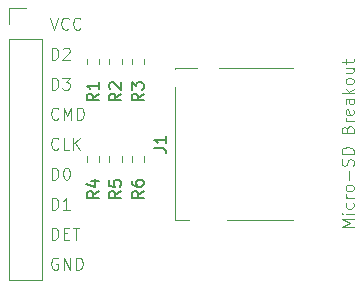
<source format=gbr>
%TF.GenerationSoftware,KiCad,Pcbnew,9.0.2+dfsg-1*%
%TF.CreationDate,2025-06-02T16:04:06+08:00*%
%TF.ProjectId,sd,73642e6b-6963-4616-945f-706362585858,rev?*%
%TF.SameCoordinates,Original*%
%TF.FileFunction,Legend,Top*%
%TF.FilePolarity,Positive*%
%FSLAX46Y46*%
G04 Gerber Fmt 4.6, Leading zero omitted, Abs format (unit mm)*
G04 Created by KiCad (PCBNEW 9.0.2+dfsg-1) date 2025-06-02 16:04:06*
%MOMM*%
%LPD*%
G01*
G04 APERTURE LIST*
%ADD10C,0.100000*%
%ADD11C,0.150000*%
%ADD12C,0.120000*%
G04 APERTURE END LIST*
D10*
X150163884Y-88087419D02*
X150163884Y-87087419D01*
X150163884Y-87087419D02*
X150401979Y-87087419D01*
X150401979Y-87087419D02*
X150544836Y-87135038D01*
X150544836Y-87135038D02*
X150640074Y-87230276D01*
X150640074Y-87230276D02*
X150687693Y-87325514D01*
X150687693Y-87325514D02*
X150735312Y-87515990D01*
X150735312Y-87515990D02*
X150735312Y-87658847D01*
X150735312Y-87658847D02*
X150687693Y-87849323D01*
X150687693Y-87849323D02*
X150640074Y-87944561D01*
X150640074Y-87944561D02*
X150544836Y-88039800D01*
X150544836Y-88039800D02*
X150401979Y-88087419D01*
X150401979Y-88087419D02*
X150163884Y-88087419D01*
X151116265Y-87182657D02*
X151163884Y-87135038D01*
X151163884Y-87135038D02*
X151259122Y-87087419D01*
X151259122Y-87087419D02*
X151497217Y-87087419D01*
X151497217Y-87087419D02*
X151592455Y-87135038D01*
X151592455Y-87135038D02*
X151640074Y-87182657D01*
X151640074Y-87182657D02*
X151687693Y-87277895D01*
X151687693Y-87277895D02*
X151687693Y-87373133D01*
X151687693Y-87373133D02*
X151640074Y-87515990D01*
X151640074Y-87515990D02*
X151068646Y-88087419D01*
X151068646Y-88087419D02*
X151687693Y-88087419D01*
X150163884Y-100787419D02*
X150163884Y-99787419D01*
X150163884Y-99787419D02*
X150401979Y-99787419D01*
X150401979Y-99787419D02*
X150544836Y-99835038D01*
X150544836Y-99835038D02*
X150640074Y-99930276D01*
X150640074Y-99930276D02*
X150687693Y-100025514D01*
X150687693Y-100025514D02*
X150735312Y-100215990D01*
X150735312Y-100215990D02*
X150735312Y-100358847D01*
X150735312Y-100358847D02*
X150687693Y-100549323D01*
X150687693Y-100549323D02*
X150640074Y-100644561D01*
X150640074Y-100644561D02*
X150544836Y-100739800D01*
X150544836Y-100739800D02*
X150401979Y-100787419D01*
X150401979Y-100787419D02*
X150163884Y-100787419D01*
X151687693Y-100787419D02*
X151116265Y-100787419D01*
X151401979Y-100787419D02*
X151401979Y-99787419D01*
X151401979Y-99787419D02*
X151306741Y-99930276D01*
X151306741Y-99930276D02*
X151211503Y-100025514D01*
X151211503Y-100025514D02*
X151116265Y-100073133D01*
X150163884Y-103327419D02*
X150163884Y-102327419D01*
X150163884Y-102327419D02*
X150401979Y-102327419D01*
X150401979Y-102327419D02*
X150544836Y-102375038D01*
X150544836Y-102375038D02*
X150640074Y-102470276D01*
X150640074Y-102470276D02*
X150687693Y-102565514D01*
X150687693Y-102565514D02*
X150735312Y-102755990D01*
X150735312Y-102755990D02*
X150735312Y-102898847D01*
X150735312Y-102898847D02*
X150687693Y-103089323D01*
X150687693Y-103089323D02*
X150640074Y-103184561D01*
X150640074Y-103184561D02*
X150544836Y-103279800D01*
X150544836Y-103279800D02*
X150401979Y-103327419D01*
X150401979Y-103327419D02*
X150163884Y-103327419D01*
X151163884Y-102803609D02*
X151497217Y-102803609D01*
X151640074Y-103327419D02*
X151163884Y-103327419D01*
X151163884Y-103327419D02*
X151163884Y-102327419D01*
X151163884Y-102327419D02*
X151640074Y-102327419D01*
X151925789Y-102327419D02*
X152497217Y-102327419D01*
X152211503Y-103327419D02*
X152211503Y-102327419D01*
X150735312Y-95612180D02*
X150687693Y-95659800D01*
X150687693Y-95659800D02*
X150544836Y-95707419D01*
X150544836Y-95707419D02*
X150449598Y-95707419D01*
X150449598Y-95707419D02*
X150306741Y-95659800D01*
X150306741Y-95659800D02*
X150211503Y-95564561D01*
X150211503Y-95564561D02*
X150163884Y-95469323D01*
X150163884Y-95469323D02*
X150116265Y-95278847D01*
X150116265Y-95278847D02*
X150116265Y-95135990D01*
X150116265Y-95135990D02*
X150163884Y-94945514D01*
X150163884Y-94945514D02*
X150211503Y-94850276D01*
X150211503Y-94850276D02*
X150306741Y-94755038D01*
X150306741Y-94755038D02*
X150449598Y-94707419D01*
X150449598Y-94707419D02*
X150544836Y-94707419D01*
X150544836Y-94707419D02*
X150687693Y-94755038D01*
X150687693Y-94755038D02*
X150735312Y-94802657D01*
X151640074Y-95707419D02*
X151163884Y-95707419D01*
X151163884Y-95707419D02*
X151163884Y-94707419D01*
X151973408Y-95707419D02*
X151973408Y-94707419D01*
X152544836Y-95707419D02*
X152116265Y-95135990D01*
X152544836Y-94707419D02*
X151973408Y-95278847D01*
X150163884Y-90627419D02*
X150163884Y-89627419D01*
X150163884Y-89627419D02*
X150401979Y-89627419D01*
X150401979Y-89627419D02*
X150544836Y-89675038D01*
X150544836Y-89675038D02*
X150640074Y-89770276D01*
X150640074Y-89770276D02*
X150687693Y-89865514D01*
X150687693Y-89865514D02*
X150735312Y-90055990D01*
X150735312Y-90055990D02*
X150735312Y-90198847D01*
X150735312Y-90198847D02*
X150687693Y-90389323D01*
X150687693Y-90389323D02*
X150640074Y-90484561D01*
X150640074Y-90484561D02*
X150544836Y-90579800D01*
X150544836Y-90579800D02*
X150401979Y-90627419D01*
X150401979Y-90627419D02*
X150163884Y-90627419D01*
X151068646Y-89627419D02*
X151687693Y-89627419D01*
X151687693Y-89627419D02*
X151354360Y-90008371D01*
X151354360Y-90008371D02*
X151497217Y-90008371D01*
X151497217Y-90008371D02*
X151592455Y-90055990D01*
X151592455Y-90055990D02*
X151640074Y-90103609D01*
X151640074Y-90103609D02*
X151687693Y-90198847D01*
X151687693Y-90198847D02*
X151687693Y-90436942D01*
X151687693Y-90436942D02*
X151640074Y-90532180D01*
X151640074Y-90532180D02*
X151592455Y-90579800D01*
X151592455Y-90579800D02*
X151497217Y-90627419D01*
X151497217Y-90627419D02*
X151211503Y-90627419D01*
X151211503Y-90627419D02*
X151116265Y-90579800D01*
X151116265Y-90579800D02*
X151068646Y-90532180D01*
X150687693Y-104915038D02*
X150592455Y-104867419D01*
X150592455Y-104867419D02*
X150449598Y-104867419D01*
X150449598Y-104867419D02*
X150306741Y-104915038D01*
X150306741Y-104915038D02*
X150211503Y-105010276D01*
X150211503Y-105010276D02*
X150163884Y-105105514D01*
X150163884Y-105105514D02*
X150116265Y-105295990D01*
X150116265Y-105295990D02*
X150116265Y-105438847D01*
X150116265Y-105438847D02*
X150163884Y-105629323D01*
X150163884Y-105629323D02*
X150211503Y-105724561D01*
X150211503Y-105724561D02*
X150306741Y-105819800D01*
X150306741Y-105819800D02*
X150449598Y-105867419D01*
X150449598Y-105867419D02*
X150544836Y-105867419D01*
X150544836Y-105867419D02*
X150687693Y-105819800D01*
X150687693Y-105819800D02*
X150735312Y-105772180D01*
X150735312Y-105772180D02*
X150735312Y-105438847D01*
X150735312Y-105438847D02*
X150544836Y-105438847D01*
X151163884Y-105867419D02*
X151163884Y-104867419D01*
X151163884Y-104867419D02*
X151735312Y-105867419D01*
X151735312Y-105867419D02*
X151735312Y-104867419D01*
X152211503Y-105867419D02*
X152211503Y-104867419D01*
X152211503Y-104867419D02*
X152449598Y-104867419D01*
X152449598Y-104867419D02*
X152592455Y-104915038D01*
X152592455Y-104915038D02*
X152687693Y-105010276D01*
X152687693Y-105010276D02*
X152735312Y-105105514D01*
X152735312Y-105105514D02*
X152782931Y-105295990D01*
X152782931Y-105295990D02*
X152782931Y-105438847D01*
X152782931Y-105438847D02*
X152735312Y-105629323D01*
X152735312Y-105629323D02*
X152687693Y-105724561D01*
X152687693Y-105724561D02*
X152592455Y-105819800D01*
X152592455Y-105819800D02*
X152449598Y-105867419D01*
X152449598Y-105867419D02*
X152211503Y-105867419D01*
X150735312Y-93072180D02*
X150687693Y-93119800D01*
X150687693Y-93119800D02*
X150544836Y-93167419D01*
X150544836Y-93167419D02*
X150449598Y-93167419D01*
X150449598Y-93167419D02*
X150306741Y-93119800D01*
X150306741Y-93119800D02*
X150211503Y-93024561D01*
X150211503Y-93024561D02*
X150163884Y-92929323D01*
X150163884Y-92929323D02*
X150116265Y-92738847D01*
X150116265Y-92738847D02*
X150116265Y-92595990D01*
X150116265Y-92595990D02*
X150163884Y-92405514D01*
X150163884Y-92405514D02*
X150211503Y-92310276D01*
X150211503Y-92310276D02*
X150306741Y-92215038D01*
X150306741Y-92215038D02*
X150449598Y-92167419D01*
X150449598Y-92167419D02*
X150544836Y-92167419D01*
X150544836Y-92167419D02*
X150687693Y-92215038D01*
X150687693Y-92215038D02*
X150735312Y-92262657D01*
X151163884Y-93167419D02*
X151163884Y-92167419D01*
X151163884Y-92167419D02*
X151497217Y-92881704D01*
X151497217Y-92881704D02*
X151830550Y-92167419D01*
X151830550Y-92167419D02*
X151830550Y-93167419D01*
X152306741Y-93167419D02*
X152306741Y-92167419D01*
X152306741Y-92167419D02*
X152544836Y-92167419D01*
X152544836Y-92167419D02*
X152687693Y-92215038D01*
X152687693Y-92215038D02*
X152782931Y-92310276D01*
X152782931Y-92310276D02*
X152830550Y-92405514D01*
X152830550Y-92405514D02*
X152878169Y-92595990D01*
X152878169Y-92595990D02*
X152878169Y-92738847D01*
X152878169Y-92738847D02*
X152830550Y-92929323D01*
X152830550Y-92929323D02*
X152782931Y-93024561D01*
X152782931Y-93024561D02*
X152687693Y-93119800D01*
X152687693Y-93119800D02*
X152544836Y-93167419D01*
X152544836Y-93167419D02*
X152306741Y-93167419D01*
X150021027Y-84547419D02*
X150354360Y-85547419D01*
X150354360Y-85547419D02*
X150687693Y-84547419D01*
X151592455Y-85452180D02*
X151544836Y-85499800D01*
X151544836Y-85499800D02*
X151401979Y-85547419D01*
X151401979Y-85547419D02*
X151306741Y-85547419D01*
X151306741Y-85547419D02*
X151163884Y-85499800D01*
X151163884Y-85499800D02*
X151068646Y-85404561D01*
X151068646Y-85404561D02*
X151021027Y-85309323D01*
X151021027Y-85309323D02*
X150973408Y-85118847D01*
X150973408Y-85118847D02*
X150973408Y-84975990D01*
X150973408Y-84975990D02*
X151021027Y-84785514D01*
X151021027Y-84785514D02*
X151068646Y-84690276D01*
X151068646Y-84690276D02*
X151163884Y-84595038D01*
X151163884Y-84595038D02*
X151306741Y-84547419D01*
X151306741Y-84547419D02*
X151401979Y-84547419D01*
X151401979Y-84547419D02*
X151544836Y-84595038D01*
X151544836Y-84595038D02*
X151592455Y-84642657D01*
X152592455Y-85452180D02*
X152544836Y-85499800D01*
X152544836Y-85499800D02*
X152401979Y-85547419D01*
X152401979Y-85547419D02*
X152306741Y-85547419D01*
X152306741Y-85547419D02*
X152163884Y-85499800D01*
X152163884Y-85499800D02*
X152068646Y-85404561D01*
X152068646Y-85404561D02*
X152021027Y-85309323D01*
X152021027Y-85309323D02*
X151973408Y-85118847D01*
X151973408Y-85118847D02*
X151973408Y-84975990D01*
X151973408Y-84975990D02*
X152021027Y-84785514D01*
X152021027Y-84785514D02*
X152068646Y-84690276D01*
X152068646Y-84690276D02*
X152163884Y-84595038D01*
X152163884Y-84595038D02*
X152306741Y-84547419D01*
X152306741Y-84547419D02*
X152401979Y-84547419D01*
X152401979Y-84547419D02*
X152544836Y-84595038D01*
X152544836Y-84595038D02*
X152592455Y-84642657D01*
X150163884Y-98247419D02*
X150163884Y-97247419D01*
X150163884Y-97247419D02*
X150401979Y-97247419D01*
X150401979Y-97247419D02*
X150544836Y-97295038D01*
X150544836Y-97295038D02*
X150640074Y-97390276D01*
X150640074Y-97390276D02*
X150687693Y-97485514D01*
X150687693Y-97485514D02*
X150735312Y-97675990D01*
X150735312Y-97675990D02*
X150735312Y-97818847D01*
X150735312Y-97818847D02*
X150687693Y-98009323D01*
X150687693Y-98009323D02*
X150640074Y-98104561D01*
X150640074Y-98104561D02*
X150544836Y-98199800D01*
X150544836Y-98199800D02*
X150401979Y-98247419D01*
X150401979Y-98247419D02*
X150163884Y-98247419D01*
X151354360Y-97247419D02*
X151449598Y-97247419D01*
X151449598Y-97247419D02*
X151544836Y-97295038D01*
X151544836Y-97295038D02*
X151592455Y-97342657D01*
X151592455Y-97342657D02*
X151640074Y-97437895D01*
X151640074Y-97437895D02*
X151687693Y-97628371D01*
X151687693Y-97628371D02*
X151687693Y-97866466D01*
X151687693Y-97866466D02*
X151640074Y-98056942D01*
X151640074Y-98056942D02*
X151592455Y-98152180D01*
X151592455Y-98152180D02*
X151544836Y-98199800D01*
X151544836Y-98199800D02*
X151449598Y-98247419D01*
X151449598Y-98247419D02*
X151354360Y-98247419D01*
X151354360Y-98247419D02*
X151259122Y-98199800D01*
X151259122Y-98199800D02*
X151211503Y-98152180D01*
X151211503Y-98152180D02*
X151163884Y-98056942D01*
X151163884Y-98056942D02*
X151116265Y-97866466D01*
X151116265Y-97866466D02*
X151116265Y-97628371D01*
X151116265Y-97628371D02*
X151163884Y-97437895D01*
X151163884Y-97437895D02*
X151211503Y-97342657D01*
X151211503Y-97342657D02*
X151259122Y-97295038D01*
X151259122Y-97295038D02*
X151354360Y-97247419D01*
X175717419Y-102273809D02*
X174717419Y-102273809D01*
X174717419Y-102273809D02*
X175431704Y-101940476D01*
X175431704Y-101940476D02*
X174717419Y-101607143D01*
X174717419Y-101607143D02*
X175717419Y-101607143D01*
X175717419Y-101130952D02*
X175050752Y-101130952D01*
X174717419Y-101130952D02*
X174765038Y-101178571D01*
X174765038Y-101178571D02*
X174812657Y-101130952D01*
X174812657Y-101130952D02*
X174765038Y-101083333D01*
X174765038Y-101083333D02*
X174717419Y-101130952D01*
X174717419Y-101130952D02*
X174812657Y-101130952D01*
X175669800Y-100226191D02*
X175717419Y-100321429D01*
X175717419Y-100321429D02*
X175717419Y-100511905D01*
X175717419Y-100511905D02*
X175669800Y-100607143D01*
X175669800Y-100607143D02*
X175622180Y-100654762D01*
X175622180Y-100654762D02*
X175526942Y-100702381D01*
X175526942Y-100702381D02*
X175241228Y-100702381D01*
X175241228Y-100702381D02*
X175145990Y-100654762D01*
X175145990Y-100654762D02*
X175098371Y-100607143D01*
X175098371Y-100607143D02*
X175050752Y-100511905D01*
X175050752Y-100511905D02*
X175050752Y-100321429D01*
X175050752Y-100321429D02*
X175098371Y-100226191D01*
X175717419Y-99797619D02*
X175050752Y-99797619D01*
X175241228Y-99797619D02*
X175145990Y-99750000D01*
X175145990Y-99750000D02*
X175098371Y-99702381D01*
X175098371Y-99702381D02*
X175050752Y-99607143D01*
X175050752Y-99607143D02*
X175050752Y-99511905D01*
X175717419Y-99035714D02*
X175669800Y-99130952D01*
X175669800Y-99130952D02*
X175622180Y-99178571D01*
X175622180Y-99178571D02*
X175526942Y-99226190D01*
X175526942Y-99226190D02*
X175241228Y-99226190D01*
X175241228Y-99226190D02*
X175145990Y-99178571D01*
X175145990Y-99178571D02*
X175098371Y-99130952D01*
X175098371Y-99130952D02*
X175050752Y-99035714D01*
X175050752Y-99035714D02*
X175050752Y-98892857D01*
X175050752Y-98892857D02*
X175098371Y-98797619D01*
X175098371Y-98797619D02*
X175145990Y-98750000D01*
X175145990Y-98750000D02*
X175241228Y-98702381D01*
X175241228Y-98702381D02*
X175526942Y-98702381D01*
X175526942Y-98702381D02*
X175622180Y-98750000D01*
X175622180Y-98750000D02*
X175669800Y-98797619D01*
X175669800Y-98797619D02*
X175717419Y-98892857D01*
X175717419Y-98892857D02*
X175717419Y-99035714D01*
X175336466Y-98273809D02*
X175336466Y-97511905D01*
X175669800Y-97083333D02*
X175717419Y-96940476D01*
X175717419Y-96940476D02*
X175717419Y-96702381D01*
X175717419Y-96702381D02*
X175669800Y-96607143D01*
X175669800Y-96607143D02*
X175622180Y-96559524D01*
X175622180Y-96559524D02*
X175526942Y-96511905D01*
X175526942Y-96511905D02*
X175431704Y-96511905D01*
X175431704Y-96511905D02*
X175336466Y-96559524D01*
X175336466Y-96559524D02*
X175288847Y-96607143D01*
X175288847Y-96607143D02*
X175241228Y-96702381D01*
X175241228Y-96702381D02*
X175193609Y-96892857D01*
X175193609Y-96892857D02*
X175145990Y-96988095D01*
X175145990Y-96988095D02*
X175098371Y-97035714D01*
X175098371Y-97035714D02*
X175003133Y-97083333D01*
X175003133Y-97083333D02*
X174907895Y-97083333D01*
X174907895Y-97083333D02*
X174812657Y-97035714D01*
X174812657Y-97035714D02*
X174765038Y-96988095D01*
X174765038Y-96988095D02*
X174717419Y-96892857D01*
X174717419Y-96892857D02*
X174717419Y-96654762D01*
X174717419Y-96654762D02*
X174765038Y-96511905D01*
X175717419Y-96083333D02*
X174717419Y-96083333D01*
X174717419Y-96083333D02*
X174717419Y-95845238D01*
X174717419Y-95845238D02*
X174765038Y-95702381D01*
X174765038Y-95702381D02*
X174860276Y-95607143D01*
X174860276Y-95607143D02*
X174955514Y-95559524D01*
X174955514Y-95559524D02*
X175145990Y-95511905D01*
X175145990Y-95511905D02*
X175288847Y-95511905D01*
X175288847Y-95511905D02*
X175479323Y-95559524D01*
X175479323Y-95559524D02*
X175574561Y-95607143D01*
X175574561Y-95607143D02*
X175669800Y-95702381D01*
X175669800Y-95702381D02*
X175717419Y-95845238D01*
X175717419Y-95845238D02*
X175717419Y-96083333D01*
X175193609Y-93988095D02*
X175241228Y-93845238D01*
X175241228Y-93845238D02*
X175288847Y-93797619D01*
X175288847Y-93797619D02*
X175384085Y-93750000D01*
X175384085Y-93750000D02*
X175526942Y-93750000D01*
X175526942Y-93750000D02*
X175622180Y-93797619D01*
X175622180Y-93797619D02*
X175669800Y-93845238D01*
X175669800Y-93845238D02*
X175717419Y-93940476D01*
X175717419Y-93940476D02*
X175717419Y-94321428D01*
X175717419Y-94321428D02*
X174717419Y-94321428D01*
X174717419Y-94321428D02*
X174717419Y-93988095D01*
X174717419Y-93988095D02*
X174765038Y-93892857D01*
X174765038Y-93892857D02*
X174812657Y-93845238D01*
X174812657Y-93845238D02*
X174907895Y-93797619D01*
X174907895Y-93797619D02*
X175003133Y-93797619D01*
X175003133Y-93797619D02*
X175098371Y-93845238D01*
X175098371Y-93845238D02*
X175145990Y-93892857D01*
X175145990Y-93892857D02*
X175193609Y-93988095D01*
X175193609Y-93988095D02*
X175193609Y-94321428D01*
X175717419Y-93321428D02*
X175050752Y-93321428D01*
X175241228Y-93321428D02*
X175145990Y-93273809D01*
X175145990Y-93273809D02*
X175098371Y-93226190D01*
X175098371Y-93226190D02*
X175050752Y-93130952D01*
X175050752Y-93130952D02*
X175050752Y-93035714D01*
X175669800Y-92321428D02*
X175717419Y-92416666D01*
X175717419Y-92416666D02*
X175717419Y-92607142D01*
X175717419Y-92607142D02*
X175669800Y-92702380D01*
X175669800Y-92702380D02*
X175574561Y-92749999D01*
X175574561Y-92749999D02*
X175193609Y-92749999D01*
X175193609Y-92749999D02*
X175098371Y-92702380D01*
X175098371Y-92702380D02*
X175050752Y-92607142D01*
X175050752Y-92607142D02*
X175050752Y-92416666D01*
X175050752Y-92416666D02*
X175098371Y-92321428D01*
X175098371Y-92321428D02*
X175193609Y-92273809D01*
X175193609Y-92273809D02*
X175288847Y-92273809D01*
X175288847Y-92273809D02*
X175384085Y-92749999D01*
X175717419Y-91416666D02*
X175193609Y-91416666D01*
X175193609Y-91416666D02*
X175098371Y-91464285D01*
X175098371Y-91464285D02*
X175050752Y-91559523D01*
X175050752Y-91559523D02*
X175050752Y-91749999D01*
X175050752Y-91749999D02*
X175098371Y-91845237D01*
X175669800Y-91416666D02*
X175717419Y-91511904D01*
X175717419Y-91511904D02*
X175717419Y-91749999D01*
X175717419Y-91749999D02*
X175669800Y-91845237D01*
X175669800Y-91845237D02*
X175574561Y-91892856D01*
X175574561Y-91892856D02*
X175479323Y-91892856D01*
X175479323Y-91892856D02*
X175384085Y-91845237D01*
X175384085Y-91845237D02*
X175336466Y-91749999D01*
X175336466Y-91749999D02*
X175336466Y-91511904D01*
X175336466Y-91511904D02*
X175288847Y-91416666D01*
X175717419Y-90940475D02*
X174717419Y-90940475D01*
X175336466Y-90845237D02*
X175717419Y-90559523D01*
X175050752Y-90559523D02*
X175431704Y-90940475D01*
X175717419Y-89988094D02*
X175669800Y-90083332D01*
X175669800Y-90083332D02*
X175622180Y-90130951D01*
X175622180Y-90130951D02*
X175526942Y-90178570D01*
X175526942Y-90178570D02*
X175241228Y-90178570D01*
X175241228Y-90178570D02*
X175145990Y-90130951D01*
X175145990Y-90130951D02*
X175098371Y-90083332D01*
X175098371Y-90083332D02*
X175050752Y-89988094D01*
X175050752Y-89988094D02*
X175050752Y-89845237D01*
X175050752Y-89845237D02*
X175098371Y-89749999D01*
X175098371Y-89749999D02*
X175145990Y-89702380D01*
X175145990Y-89702380D02*
X175241228Y-89654761D01*
X175241228Y-89654761D02*
X175526942Y-89654761D01*
X175526942Y-89654761D02*
X175622180Y-89702380D01*
X175622180Y-89702380D02*
X175669800Y-89749999D01*
X175669800Y-89749999D02*
X175717419Y-89845237D01*
X175717419Y-89845237D02*
X175717419Y-89988094D01*
X175050752Y-88797618D02*
X175717419Y-88797618D01*
X175050752Y-89226189D02*
X175574561Y-89226189D01*
X175574561Y-89226189D02*
X175669800Y-89178570D01*
X175669800Y-89178570D02*
X175717419Y-89083332D01*
X175717419Y-89083332D02*
X175717419Y-88940475D01*
X175717419Y-88940475D02*
X175669800Y-88845237D01*
X175669800Y-88845237D02*
X175622180Y-88797618D01*
X175050752Y-88464284D02*
X175050752Y-88083332D01*
X174717419Y-88321427D02*
X175574561Y-88321427D01*
X175574561Y-88321427D02*
X175669800Y-88273808D01*
X175669800Y-88273808D02*
X175717419Y-88178570D01*
X175717419Y-88178570D02*
X175717419Y-88083332D01*
D11*
X156029819Y-99226666D02*
X155553628Y-99559999D01*
X156029819Y-99798094D02*
X155029819Y-99798094D01*
X155029819Y-99798094D02*
X155029819Y-99417142D01*
X155029819Y-99417142D02*
X155077438Y-99321904D01*
X155077438Y-99321904D02*
X155125057Y-99274285D01*
X155125057Y-99274285D02*
X155220295Y-99226666D01*
X155220295Y-99226666D02*
X155363152Y-99226666D01*
X155363152Y-99226666D02*
X155458390Y-99274285D01*
X155458390Y-99274285D02*
X155506009Y-99321904D01*
X155506009Y-99321904D02*
X155553628Y-99417142D01*
X155553628Y-99417142D02*
X155553628Y-99798094D01*
X155029819Y-98321904D02*
X155029819Y-98798094D01*
X155029819Y-98798094D02*
X155506009Y-98845713D01*
X155506009Y-98845713D02*
X155458390Y-98798094D01*
X155458390Y-98798094D02*
X155410771Y-98702856D01*
X155410771Y-98702856D02*
X155410771Y-98464761D01*
X155410771Y-98464761D02*
X155458390Y-98369523D01*
X155458390Y-98369523D02*
X155506009Y-98321904D01*
X155506009Y-98321904D02*
X155601247Y-98274285D01*
X155601247Y-98274285D02*
X155839342Y-98274285D01*
X155839342Y-98274285D02*
X155934580Y-98321904D01*
X155934580Y-98321904D02*
X155982200Y-98369523D01*
X155982200Y-98369523D02*
X156029819Y-98464761D01*
X156029819Y-98464761D02*
X156029819Y-98702856D01*
X156029819Y-98702856D02*
X155982200Y-98798094D01*
X155982200Y-98798094D02*
X155934580Y-98845713D01*
X158839819Y-95583333D02*
X159554104Y-95583333D01*
X159554104Y-95583333D02*
X159696961Y-95630952D01*
X159696961Y-95630952D02*
X159792200Y-95726190D01*
X159792200Y-95726190D02*
X159839819Y-95869047D01*
X159839819Y-95869047D02*
X159839819Y-95964285D01*
X159839819Y-94583333D02*
X159839819Y-95154761D01*
X159839819Y-94869047D02*
X158839819Y-94869047D01*
X158839819Y-94869047D02*
X158982676Y-94964285D01*
X158982676Y-94964285D02*
X159077914Y-95059523D01*
X159077914Y-95059523D02*
X159125533Y-95154761D01*
X154124819Y-90971666D02*
X153648628Y-91304999D01*
X154124819Y-91543094D02*
X153124819Y-91543094D01*
X153124819Y-91543094D02*
X153124819Y-91162142D01*
X153124819Y-91162142D02*
X153172438Y-91066904D01*
X153172438Y-91066904D02*
X153220057Y-91019285D01*
X153220057Y-91019285D02*
X153315295Y-90971666D01*
X153315295Y-90971666D02*
X153458152Y-90971666D01*
X153458152Y-90971666D02*
X153553390Y-91019285D01*
X153553390Y-91019285D02*
X153601009Y-91066904D01*
X153601009Y-91066904D02*
X153648628Y-91162142D01*
X153648628Y-91162142D02*
X153648628Y-91543094D01*
X154124819Y-90019285D02*
X154124819Y-90590713D01*
X154124819Y-90304999D02*
X153124819Y-90304999D01*
X153124819Y-90304999D02*
X153267676Y-90400237D01*
X153267676Y-90400237D02*
X153362914Y-90495475D01*
X153362914Y-90495475D02*
X153410533Y-90590713D01*
X156029819Y-90971666D02*
X155553628Y-91304999D01*
X156029819Y-91543094D02*
X155029819Y-91543094D01*
X155029819Y-91543094D02*
X155029819Y-91162142D01*
X155029819Y-91162142D02*
X155077438Y-91066904D01*
X155077438Y-91066904D02*
X155125057Y-91019285D01*
X155125057Y-91019285D02*
X155220295Y-90971666D01*
X155220295Y-90971666D02*
X155363152Y-90971666D01*
X155363152Y-90971666D02*
X155458390Y-91019285D01*
X155458390Y-91019285D02*
X155506009Y-91066904D01*
X155506009Y-91066904D02*
X155553628Y-91162142D01*
X155553628Y-91162142D02*
X155553628Y-91543094D01*
X155125057Y-90590713D02*
X155077438Y-90543094D01*
X155077438Y-90543094D02*
X155029819Y-90447856D01*
X155029819Y-90447856D02*
X155029819Y-90209761D01*
X155029819Y-90209761D02*
X155077438Y-90114523D01*
X155077438Y-90114523D02*
X155125057Y-90066904D01*
X155125057Y-90066904D02*
X155220295Y-90019285D01*
X155220295Y-90019285D02*
X155315533Y-90019285D01*
X155315533Y-90019285D02*
X155458390Y-90066904D01*
X155458390Y-90066904D02*
X156029819Y-90638332D01*
X156029819Y-90638332D02*
X156029819Y-90019285D01*
X157934819Y-99226666D02*
X157458628Y-99559999D01*
X157934819Y-99798094D02*
X156934819Y-99798094D01*
X156934819Y-99798094D02*
X156934819Y-99417142D01*
X156934819Y-99417142D02*
X156982438Y-99321904D01*
X156982438Y-99321904D02*
X157030057Y-99274285D01*
X157030057Y-99274285D02*
X157125295Y-99226666D01*
X157125295Y-99226666D02*
X157268152Y-99226666D01*
X157268152Y-99226666D02*
X157363390Y-99274285D01*
X157363390Y-99274285D02*
X157411009Y-99321904D01*
X157411009Y-99321904D02*
X157458628Y-99417142D01*
X157458628Y-99417142D02*
X157458628Y-99798094D01*
X156934819Y-98369523D02*
X156934819Y-98559999D01*
X156934819Y-98559999D02*
X156982438Y-98655237D01*
X156982438Y-98655237D02*
X157030057Y-98702856D01*
X157030057Y-98702856D02*
X157172914Y-98798094D01*
X157172914Y-98798094D02*
X157363390Y-98845713D01*
X157363390Y-98845713D02*
X157744342Y-98845713D01*
X157744342Y-98845713D02*
X157839580Y-98798094D01*
X157839580Y-98798094D02*
X157887200Y-98750475D01*
X157887200Y-98750475D02*
X157934819Y-98655237D01*
X157934819Y-98655237D02*
X157934819Y-98464761D01*
X157934819Y-98464761D02*
X157887200Y-98369523D01*
X157887200Y-98369523D02*
X157839580Y-98321904D01*
X157839580Y-98321904D02*
X157744342Y-98274285D01*
X157744342Y-98274285D02*
X157506247Y-98274285D01*
X157506247Y-98274285D02*
X157411009Y-98321904D01*
X157411009Y-98321904D02*
X157363390Y-98369523D01*
X157363390Y-98369523D02*
X157315771Y-98464761D01*
X157315771Y-98464761D02*
X157315771Y-98655237D01*
X157315771Y-98655237D02*
X157363390Y-98750475D01*
X157363390Y-98750475D02*
X157411009Y-98798094D01*
X157411009Y-98798094D02*
X157506247Y-98845713D01*
X154124819Y-99226666D02*
X153648628Y-99559999D01*
X154124819Y-99798094D02*
X153124819Y-99798094D01*
X153124819Y-99798094D02*
X153124819Y-99417142D01*
X153124819Y-99417142D02*
X153172438Y-99321904D01*
X153172438Y-99321904D02*
X153220057Y-99274285D01*
X153220057Y-99274285D02*
X153315295Y-99226666D01*
X153315295Y-99226666D02*
X153458152Y-99226666D01*
X153458152Y-99226666D02*
X153553390Y-99274285D01*
X153553390Y-99274285D02*
X153601009Y-99321904D01*
X153601009Y-99321904D02*
X153648628Y-99417142D01*
X153648628Y-99417142D02*
X153648628Y-99798094D01*
X153458152Y-98369523D02*
X154124819Y-98369523D01*
X153077200Y-98607618D02*
X153791485Y-98845713D01*
X153791485Y-98845713D02*
X153791485Y-98226666D01*
X157934819Y-90971666D02*
X157458628Y-91304999D01*
X157934819Y-91543094D02*
X156934819Y-91543094D01*
X156934819Y-91543094D02*
X156934819Y-91162142D01*
X156934819Y-91162142D02*
X156982438Y-91066904D01*
X156982438Y-91066904D02*
X157030057Y-91019285D01*
X157030057Y-91019285D02*
X157125295Y-90971666D01*
X157125295Y-90971666D02*
X157268152Y-90971666D01*
X157268152Y-90971666D02*
X157363390Y-91019285D01*
X157363390Y-91019285D02*
X157411009Y-91066904D01*
X157411009Y-91066904D02*
X157458628Y-91162142D01*
X157458628Y-91162142D02*
X157458628Y-91543094D01*
X156934819Y-90638332D02*
X156934819Y-90019285D01*
X156934819Y-90019285D02*
X157315771Y-90352618D01*
X157315771Y-90352618D02*
X157315771Y-90209761D01*
X157315771Y-90209761D02*
X157363390Y-90114523D01*
X157363390Y-90114523D02*
X157411009Y-90066904D01*
X157411009Y-90066904D02*
X157506247Y-90019285D01*
X157506247Y-90019285D02*
X157744342Y-90019285D01*
X157744342Y-90019285D02*
X157839580Y-90066904D01*
X157839580Y-90066904D02*
X157887200Y-90114523D01*
X157887200Y-90114523D02*
X157934819Y-90209761D01*
X157934819Y-90209761D02*
X157934819Y-90495475D01*
X157934819Y-90495475D02*
X157887200Y-90590713D01*
X157887200Y-90590713D02*
X157839580Y-90638332D01*
D12*
%TO.C,R5*%
X155052500Y-96282742D02*
X155052500Y-96757258D01*
X156097500Y-96282742D02*
X156097500Y-96757258D01*
%TO.C,J1*%
X160622500Y-88795000D02*
X162432500Y-88795000D01*
X160622500Y-88905000D02*
X160622500Y-88795000D01*
X160622500Y-101665000D02*
X160622500Y-90405000D01*
X161782500Y-101665000D02*
X160622500Y-101665000D01*
X164332500Y-88795000D02*
X170632500Y-88795000D01*
X165032500Y-101665000D02*
X170632500Y-101665000D01*
%TO.C,R1*%
X153147500Y-88027742D02*
X153147500Y-88502258D01*
X154192500Y-88027742D02*
X154192500Y-88502258D01*
%TO.C,R2*%
X155052500Y-88027742D02*
X155052500Y-88502258D01*
X156097500Y-88027742D02*
X156097500Y-88502258D01*
%TO.C,J2*%
X146575000Y-83710000D02*
X147955000Y-83710000D01*
X146575000Y-85090000D02*
X146575000Y-83710000D01*
X146575000Y-86360000D02*
X146575000Y-106790000D01*
X146575000Y-86360000D02*
X149335000Y-86360000D01*
X146575000Y-106790000D02*
X149335000Y-106790000D01*
X149335000Y-86360000D02*
X149335000Y-106790000D01*
%TO.C,R6*%
X156957500Y-96282742D02*
X156957500Y-96757258D01*
X158002500Y-96282742D02*
X158002500Y-96757258D01*
%TO.C,R4*%
X153147500Y-96282742D02*
X153147500Y-96757258D01*
X154192500Y-96282742D02*
X154192500Y-96757258D01*
%TO.C,R3*%
X156957500Y-88027742D02*
X156957500Y-88502258D01*
X158002500Y-88027742D02*
X158002500Y-88502258D01*
%TD*%
M02*

</source>
